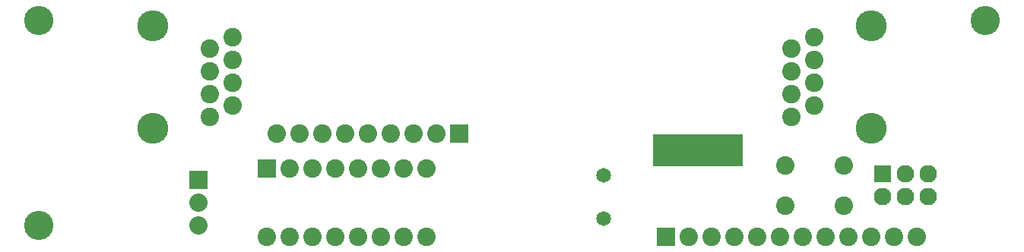
<source format=gbs>
G04 (created by PCBNEW (2013-mar-30)-stable) date Tue 14 May 2013 03:43:35 PM CDT*
%MOIN*%
G04 Gerber Fmt 3.4, Leading zero omitted, Abs format*
%FSLAX34Y34*%
G01*
G70*
G90*
G04 APERTURE LIST*
%ADD10C,0.0006*%
%ADD11R,0.08X0.08*%
%ADD12C,0.08*%
%ADD13C,0.0808661*%
%ADD14R,0.0808661X0.0808661*%
%ADD15R,0.3919X0.1439*%
%ADD16C,0.0651181*%
%ADD17C,0.135984*%
%ADD18R,0.0769291X0.0769291*%
%ADD19C,0.0769291*%
%ADD20C,0.12811*%
G04 APERTURE END LIST*
G54D10*
G54D11*
X8750Y3750D03*
G54D12*
X8750Y2750D03*
X8750Y1750D03*
G54D13*
X34470Y4385D03*
X37029Y4385D03*
X34470Y2614D03*
X37029Y2614D03*
G54D14*
X20180Y5790D03*
G54D13*
X19180Y5790D03*
X18180Y5790D03*
X17180Y5790D03*
X16180Y5790D03*
X15180Y5790D03*
X14180Y5790D03*
X13180Y5790D03*
X12180Y5790D03*
G54D14*
X29250Y1250D03*
G54D13*
X30250Y1250D03*
X31250Y1250D03*
X32250Y1250D03*
X33250Y1250D03*
X34250Y1250D03*
X35250Y1250D03*
X36250Y1250D03*
X37250Y1250D03*
X38250Y1250D03*
X39250Y1250D03*
X40250Y1250D03*
G54D15*
X30630Y5040D03*
G54D16*
X26500Y3960D03*
X26500Y2039D03*
G54D14*
X11750Y4250D03*
G54D13*
X12750Y4250D03*
X14750Y4250D03*
X15750Y4250D03*
X16750Y4250D03*
X17750Y4250D03*
X18750Y4250D03*
X18750Y1250D03*
X17750Y1250D03*
X16750Y1250D03*
X15750Y1250D03*
X14750Y1250D03*
X13750Y1250D03*
X12750Y1250D03*
X11750Y1250D03*
X13750Y4250D03*
X35750Y10000D03*
X34750Y9500D03*
X35750Y9000D03*
X34750Y8500D03*
X35750Y8000D03*
X34750Y7500D03*
X35750Y7000D03*
X34750Y6500D03*
G54D17*
X38250Y10500D03*
X38250Y6000D03*
G54D13*
X9250Y6500D03*
X10250Y7000D03*
X9250Y7500D03*
X10250Y8000D03*
X9250Y8500D03*
X10250Y9000D03*
X9250Y9500D03*
X10250Y10000D03*
G54D17*
X6750Y6000D03*
X6750Y10500D03*
G54D18*
X38750Y4000D03*
G54D19*
X38750Y3000D03*
X39750Y4000D03*
X39750Y3000D03*
X40750Y4000D03*
X40750Y3000D03*
G54D20*
X43250Y10750D03*
X1750Y10750D03*
X1750Y1750D03*
M02*

</source>
